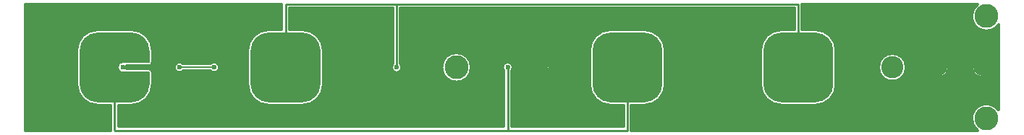
<source format=gbl>
G04 DesignSpark PCB Gerber Version 10.0 Build 5299*
G04 #@! TF.Part,Single*
G04 #@! TF.FileFunction,Copper,L2,Bot*
G04 #@! TF.FilePolarity,Positive*
%FSLAX35Y35*%
%MOMM*%
%ADD14C,0.20000*%
%ADD23C,0.25400*%
%ADD10C,0.30000*%
%ADD17C,0.38100*%
%ADD13C,0.60000*%
G04 #@! TA.AperFunction,ViaPad*
%ADD19C,2.00000*%
%ADD25C,2.60000*%
%ADD22C,2.80000*%
G04 #@! TD.AperFunction*
X0Y0D02*
D02*
D10*
X422050Y2109300D02*
Y629300D01*
X1417450D01*
G75*
G02*
X1417350Y632250I44610J2990D01*
G01*
G75*
G02*
Y632420I71100J90D01*
G01*
Y926220D01*
X1262000D01*
G75*
G02*
X1019220Y1169000I0J242780D01*
G01*
Y1569000D01*
G75*
G02*
X1262000Y1811780I242780J0D01*
G01*
X1662000D01*
G75*
G02*
X1904780Y1569000I0J-242780D01*
G01*
Y1429300D01*
G75*
G02*
X1862000Y1386520I-42780J0D01*
G01*
X1603570D01*
G75*
G02*
Y1352080I-41520J-17220D01*
G01*
X1862000D01*
G75*
G02*
X1904780Y1309300I0J-42780D01*
G01*
Y1169000D01*
G75*
G02*
X1662000Y926220I-242780J0D01*
G01*
X1506750D01*
Y674000D01*
X6017350D01*
Y1325970D01*
G75*
G02*
X5999990Y1369000I44650J43030D01*
G01*
G75*
G02*
X6124010I62010J0D01*
G01*
G75*
G02*
X6106750Y1326070I-62020J0D01*
G01*
Y674000D01*
X7417350D01*
Y926220D01*
X7262000D01*
G75*
G02*
X7019220Y1169000I0J242780D01*
G01*
Y1569000D01*
G75*
G02*
X7262000Y1811780I242780J0D01*
G01*
X7662000D01*
G75*
G02*
X7904780Y1569000I0J-242780D01*
G01*
Y1169000D01*
G75*
G02*
X7662000Y926220I-242780J0D01*
G01*
X7506750D01*
Y629300D01*
X11562130D01*
G75*
G02*
X11490050Y769300I99920J140000D01*
G01*
G75*
G02*
X11802050Y869220I172000J0D01*
G01*
Y1869380D01*
G75*
G02*
X11490050Y1969300I-140000J99920D01*
G01*
G75*
G02*
X11562130Y2109300I172000J0D01*
G01*
X9506750D01*
Y1811780D01*
X9662000D01*
G75*
G02*
X9904780Y1569000I0J-242780D01*
G01*
Y1169000D01*
G75*
G02*
X9662000Y926220I-242780J0D01*
G01*
X9262000D01*
G75*
G02*
X9019220Y1169000I0J242780D01*
G01*
Y1569000D01*
G75*
G02*
X9262000Y1811780I242780J0D01*
G01*
X9417350D01*
Y2064600D01*
X4806750D01*
Y1411960D01*
G75*
G02*
X4824050Y1369000I-44700J-42960D01*
G01*
G75*
G02*
X4700050I-62000J0D01*
G01*
G75*
G02*
X4717350Y1411960I62000J0D01*
G01*
Y2064600D01*
X3506750D01*
Y1811780D01*
X3662000D01*
G75*
G02*
X3904780Y1569000I0J-242780D01*
G01*
Y1169000D01*
G75*
G02*
X3662000Y926220I-242780J0D01*
G01*
X3262000D01*
G75*
G02*
X3019220Y1169000I0J242780D01*
G01*
Y1569000D01*
G75*
G02*
X3262000Y1811780I242780J0D01*
G01*
X3417350D01*
Y2109300D01*
X422050D01*
X11492050Y1368900D02*
G75*
G02*
X11721950I114950J0D01*
G01*
G75*
G02*
X11492050I-114950J0D01*
G01*
X10400000Y1369300D02*
G75*
G02*
X10724000I162000J0D01*
G01*
G75*
G02*
X10400000I-162000J0D01*
G01*
X10992050Y1368900D02*
G75*
G02*
X11221950I114950J0D01*
G01*
G75*
G02*
X10992050I-114950J0D01*
G01*
X4980050Y1365000D02*
G75*
G02*
X5069950I44950J0D01*
G01*
G75*
G02*
X4980050I-44950J0D01*
G01*
X5290050Y1369300D02*
G75*
G02*
X5634050I172000J0D01*
G01*
G75*
G02*
X5290050I-172000J0D01*
G01*
X6517100D02*
G75*
G02*
X6607000I44950J0D01*
G01*
G75*
G02*
X6517100I-44950J0D01*
G01*
X2580760Y1411300D02*
G75*
G02*
X2689000Y1370000I46240J-41300D01*
G01*
G75*
G02*
X2582050Y1327300I-62000J0D01*
G01*
X2266610D01*
G75*
G02*
X2159000Y1369300I-45610J42000D01*
G01*
G75*
G02*
X2266610Y1411300I62000J0D01*
G01*
X2580760D01*
X2819050Y1369300D02*
G75*
G02*
X2908950I44950J0D01*
G01*
G75*
G02*
X2819050I-44950J0D01*
G01*
X437050Y1368900D02*
G36*
X437050Y1368900D02*
Y644300D01*
X1417350D01*
Y926220D01*
X1262000D01*
G75*
G02*
X1019220Y1169000I0J242780D01*
G01*
Y1368900D01*
X437050D01*
G37*
X1506750Y926220D02*
G36*
X1506750Y926220D02*
Y674000D01*
X6017350D01*
Y1325970D01*
G75*
G02*
X5999990Y1368900I44610J43010D01*
G01*
X5634050D01*
G75*
G02*
X5290050I-172000J400D01*
G01*
X5069780D01*
G75*
G02*
X5069950Y1365000I-44780J-3910D01*
G01*
G75*
G02*
X4980050I-44950J0D01*
G01*
G75*
G02*
X4980220Y1368900I44950J-10D01*
G01*
X4824050D01*
G75*
G02*
X4700050I-62000J100D01*
G01*
X3904780D01*
Y1169000D01*
G75*
G02*
X3662000Y926220I-242780J0D01*
G01*
X3262000D01*
G75*
G02*
X3019220Y1169000I0J242780D01*
G01*
Y1368900D01*
X2908950D01*
G75*
G02*
X2819050I-44950J400D01*
G01*
X2688990D01*
G75*
G02*
X2582050Y1327300I-61990J1100D01*
G01*
X2266610D01*
G75*
G02*
X2159000Y1368900I-45610J42000D01*
G01*
X1607000D01*
G75*
G02*
X1603570Y1352080I-44940J400D01*
G01*
X1862000D01*
G75*
G02*
X1904780Y1309300I0J-42780D01*
G01*
Y1169000D01*
G75*
G02*
X1662000Y926220I-242780J0D01*
G01*
X1506750D01*
G37*
X6106750Y1326070D02*
G36*
X6106750Y1326070D02*
Y674000D01*
X7417350D01*
Y926220D01*
X7262000D01*
G75*
G02*
X7019220Y1169000I0J242780D01*
G01*
Y1368900D01*
X6607000D01*
G75*
G02*
X6517100I-44950J400D01*
G01*
X6124010D01*
G75*
G02*
X6106750Y1326070I-62040J110D01*
G01*
G37*
X7506750Y926220D02*
G36*
X7506750Y926220D02*
Y644300D01*
X11543900D01*
G75*
G02*
X11490050Y769300I118170J125010D01*
G01*
G75*
G02*
X11787050Y887450I172000J-10D01*
G01*
Y1368900D01*
X11721950D01*
G75*
G02*
X11492050I-114950J0D01*
G01*
X11221950D01*
G75*
G02*
X10992050I-114950J0D01*
G01*
X10724000D01*
G75*
G02*
X10400000I-162000J400D01*
G01*
X9904780D01*
Y1169000D01*
G75*
G02*
X9662000Y926220I-242780J0D01*
G01*
X9262000D01*
G75*
G02*
X9019220Y1169000I0J242780D01*
G01*
Y1368900D01*
X7904780D01*
Y1169000D01*
G75*
G02*
X7662000Y926220I-242780J0D01*
G01*
X7506750D01*
G37*
X437050Y2094300D02*
G36*
X437050Y2094300D02*
Y1368900D01*
X1019220D01*
Y1569000D01*
G75*
G02*
X1262000Y1811780I242780J0D01*
G01*
X1662000D01*
G75*
G02*
X1904780Y1569000I0J-242780D01*
G01*
Y1429300D01*
G75*
G02*
X1862000Y1386520I-42780J0D01*
G01*
X1603570D01*
G75*
G02*
X1607000Y1369300I-41510J-17220D01*
G01*
G75*
G02*
Y1368900I-45030J-200D01*
G01*
X2159000D01*
G75*
G02*
Y1369300I62450J200D01*
G01*
G75*
G02*
X2266610Y1411300I62000J0D01*
G01*
X2580760D01*
G75*
G02*
X2689000Y1370000I46240J-41300D01*
G01*
G75*
G02*
X2688990Y1368900I-62100J10D01*
G01*
X2819050D01*
G75*
G02*
Y1369300I45030J200D01*
G01*
G75*
G02*
X2908950I44950J0D01*
G01*
G75*
G02*
Y1368900I-45030J-200D01*
G01*
X3019220D01*
Y1569000D01*
G75*
G02*
X3262000Y1811780I242780J0D01*
G01*
X3417350D01*
Y2094300D01*
X437050D01*
G37*
X3506750Y2064600D02*
G36*
X3506750Y2064600D02*
Y1811780D01*
X3662000D01*
G75*
G02*
X3904780Y1569000I0J-242780D01*
G01*
Y1368900D01*
X4700050D01*
G75*
G02*
Y1369000I62280J50D01*
G01*
G75*
G02*
X4717350Y1411960I62000J-10D01*
G01*
Y2064600D01*
X3506750D01*
G37*
X4806750D02*
G36*
X4806750Y2064600D02*
Y1411960D01*
G75*
G02*
X4824050Y1369000I-44700J-42970D01*
G01*
G75*
G02*
Y1368900I-62280J-50D01*
G01*
X4980220D01*
G75*
G02*
X5069780I44780J-3900D01*
G01*
X5290050D01*
G75*
G02*
Y1369300I172320J200D01*
G01*
G75*
G02*
X5634050I172000J0D01*
G01*
G75*
G02*
Y1368900I-172320J-200D01*
G01*
X5999990D01*
G75*
G02*
Y1368980I60310J40D01*
G01*
G75*
G02*
Y1369000I76390J10D01*
G01*
G75*
G02*
X6124010I62010J0D01*
G01*
G75*
G02*
Y1368900I-62280J-50D01*
G01*
X6517100D01*
G75*
G02*
Y1369300I45030J200D01*
G01*
G75*
G02*
X6607000I44950J0D01*
G01*
G75*
G02*
Y1368900I-45030J-200D01*
G01*
X7019220D01*
Y1569000D01*
G75*
G02*
X7262000Y1811780I242780J0D01*
G01*
X7662000D01*
G75*
G02*
X7904780Y1569000I0J-242780D01*
G01*
Y1368900D01*
X9019220D01*
Y1569000D01*
G75*
G02*
X9262000Y1811780I242780J0D01*
G01*
X9417350D01*
Y2064600D01*
X4806750D01*
G37*
X9506750Y2094300D02*
G36*
X9506750Y2094300D02*
Y1811780D01*
X9662000D01*
G75*
G02*
X9904780Y1569000I0J-242780D01*
G01*
Y1368900D01*
X10400000D01*
G75*
G02*
Y1369300I162540J200D01*
G01*
G75*
G02*
X10724000I162000J0D01*
G01*
G75*
G02*
Y1368900I-162540J-200D01*
G01*
X10992050D01*
G75*
G02*
X11221950I114950J0D01*
G01*
X11492050D01*
G75*
G02*
X11721950I114950J0D01*
G01*
X11787050D01*
Y1851150D01*
G75*
G02*
X11490050Y1969300I-125000J118160D01*
G01*
G75*
G02*
X11543900Y2094300I172020J-10D01*
G01*
X9506750D01*
G37*
D02*
D13*
X1562050Y1369300D03*
X2221000D03*
X2627000Y1370000D03*
X2864000Y1369300D03*
X4762050Y1369000D03*
X5025000Y1365000D03*
X6062000Y1369000D03*
X6562050Y1369300D03*
D02*
D14*
X1062000Y1569000D02*
Y1169000D01*
G75*
G03*
X1262000Y969000I200000J0D01*
G01*
X1662000D01*
G75*
G03*
X1862000Y1169000I0J200000D01*
G01*
Y1309300D01*
X1555000D01*
G75*
G02*
X1505000Y1359300I0J50000D01*
G01*
Y1379300D01*
G75*
G02*
X1555000Y1429300I50000J0D01*
G01*
X1862000D01*
Y1569000D01*
G75*
G03*
X1662000Y1769000I-200000J0D01*
G01*
X1262000D01*
G75*
G03*
X1062000Y1569000I0J-200000D01*
G01*
G36*
X1062000Y1569000D02*
Y1169000D01*
G75*
G03*
X1262000Y969000I200000J0D01*
G01*
X1662000D01*
G75*
G03*
X1862000Y1169000I0J200000D01*
G01*
Y1309300D01*
X1555000D01*
G75*
G02*
X1505000Y1359300I0J50000D01*
G01*
Y1379300D01*
G75*
G02*
X1555000Y1429300I50000J0D01*
G01*
X1862000D01*
Y1569000D01*
G75*
G03*
X1662000Y1769000I-200000J0D01*
G01*
X1262000D01*
G75*
G03*
X1062000Y1569000I0J-200000D01*
G01*
G37*
X2221000Y1369300D02*
X2626300D01*
X2627000Y1370000D01*
X3062000Y1569000D02*
G75*
G02*
X3262000Y1769000I200000J0D01*
G01*
X3662000D01*
G75*
G02*
X3862000Y1569000I0J-200000D01*
G01*
Y1169000D01*
G75*
G02*
X3662000Y969000I-200000J0D01*
G01*
X3262000D01*
G75*
G02*
X3062000Y1169000I0J200000D01*
G01*
Y1569000D01*
G36*
X3062000Y1569000D02*
G75*
G02*
X3262000Y1769000I200000J0D01*
G01*
X3662000D01*
G75*
G02*
X3862000Y1569000I0J-200000D01*
G01*
Y1169000D01*
G75*
G02*
X3662000Y969000I-200000J0D01*
G01*
X3262000D01*
G75*
G02*
X3062000Y1169000I0J200000D01*
G01*
Y1569000D01*
G37*
X7062000D02*
G75*
G02*
X7262000Y1769000I200000J0D01*
G01*
X7662000D01*
G75*
G02*
X7862000Y1569000I0J-200000D01*
G01*
Y1169000D01*
G75*
G02*
X7662000Y969000I-200000J0D01*
G01*
X7262000D01*
G75*
G02*
X7062000Y1169000I0J200000D01*
G01*
Y1569000D01*
G36*
X7062000Y1569000D02*
G75*
G02*
X7262000Y1769000I200000J0D01*
G01*
X7662000D01*
G75*
G02*
X7862000Y1569000I0J-200000D01*
G01*
Y1169000D01*
G75*
G02*
X7662000Y969000I-200000J0D01*
G01*
X7262000D01*
G75*
G02*
X7062000Y1169000I0J200000D01*
G01*
Y1569000D01*
G37*
X9062000D02*
G75*
G02*
X9262000Y1769000I200000J0D01*
G01*
X9662000D01*
G75*
G02*
X9862000Y1569000I0J-200000D01*
G01*
Y1169000D01*
G75*
G02*
X9662000Y969000I-200000J0D01*
G01*
X9262000D01*
G75*
G02*
X9062000Y1169000I0J200000D01*
G01*
Y1569000D01*
G36*
X9062000Y1569000D02*
G75*
G02*
X9262000Y1769000I200000J0D01*
G01*
X9662000D01*
G75*
G02*
X9862000Y1569000I0J-200000D01*
G01*
Y1169000D01*
G75*
G02*
X9662000Y969000I-200000J0D01*
G01*
X9262000D01*
G75*
G02*
X9062000Y1169000I0J200000D01*
G01*
Y1569000D01*
G37*
D02*
D17*
X1562050Y1369300D02*
X2070700D01*
X2147000Y1293000D01*
X2864000D01*
Y820000D01*
X2896000Y788000D01*
X4107000D01*
X4108000Y789000D01*
X4966000D01*
X5026000Y849000D01*
Y1348000D01*
X5025000Y1349000D01*
Y1365000D01*
X2864000Y1369300D02*
Y1293000D01*
X5025000Y1365000D02*
Y1896000D01*
X5082000Y1953000D01*
X6562050D01*
Y1369300D01*
X11107000Y1368900D02*
Y1350900D01*
X11106000Y1349900D01*
Y736000D01*
X11038000Y668000D01*
X8355000D01*
X8300000Y723000D01*
Y1900000D01*
X8247000Y1953000D01*
X6562050D01*
D02*
D19*
X11107000Y1368900D03*
X11607000D03*
D02*
D22*
X5462050Y1369300D03*
X11662050Y769300D03*
Y1969300D03*
D02*
D23*
X3463000Y1637000D02*
X3462050D01*
Y2109300D01*
X4762050D01*
Y1369000D02*
Y2109300D01*
X6062000Y1369000D02*
Y1348050D01*
X6062050Y1348000D01*
Y629300D01*
X1465000D01*
X1462050Y632250D01*
Y1073000D01*
X1432000D01*
X7470000Y1035000D02*
X7462050D01*
Y629300D01*
X6062050D01*
X9458000Y1683000D02*
X9462050D01*
Y2109300D01*
X4762050D01*
D02*
D25*
X10562000Y1369300D03*
X0Y0D02*
M02*

</source>
